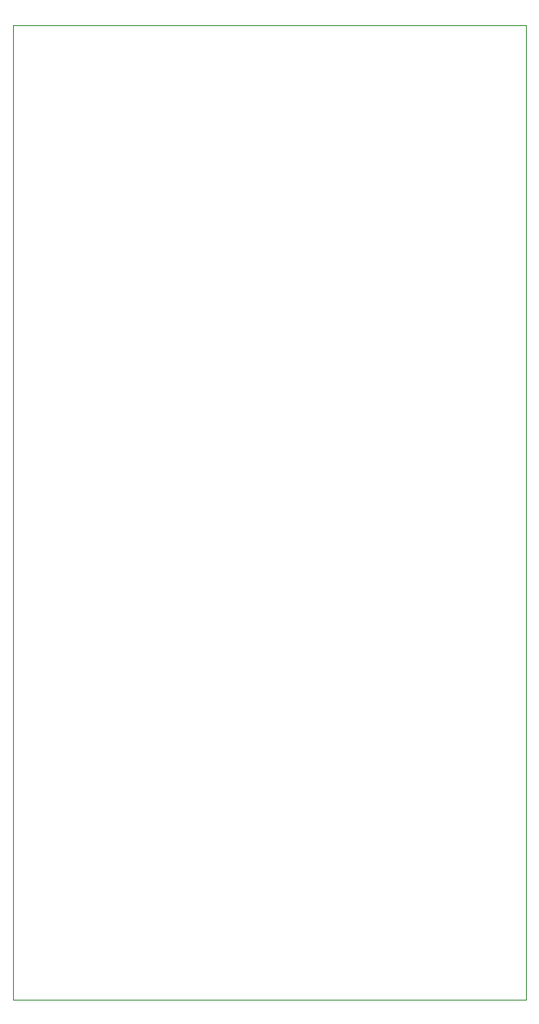
<source format=gm1>
%TF.GenerationSoftware,KiCad,Pcbnew,9.0.6*%
%TF.CreationDate,2026-02-04T03:15:49+01:00*%
%TF.ProjectId,car,6361722e-6b69-4636-9164-5f7063625858,rev?*%
%TF.SameCoordinates,Original*%
%TF.FileFunction,Profile,NP*%
%FSLAX46Y46*%
G04 Gerber Fmt 4.6, Leading zero omitted, Abs format (unit mm)*
G04 Created by KiCad (PCBNEW 9.0.6) date 2026-02-04 03:15:49*
%MOMM*%
%LPD*%
G01*
G04 APERTURE LIST*
%TA.AperFunction,Profile*%
%ADD10C,0.050000*%
%TD*%
G04 APERTURE END LIST*
D10*
X124350000Y-54250000D02*
X174350000Y-54250000D01*
X174350000Y-149250000D01*
X124350000Y-149250000D01*
X124350000Y-54250000D01*
M02*

</source>
